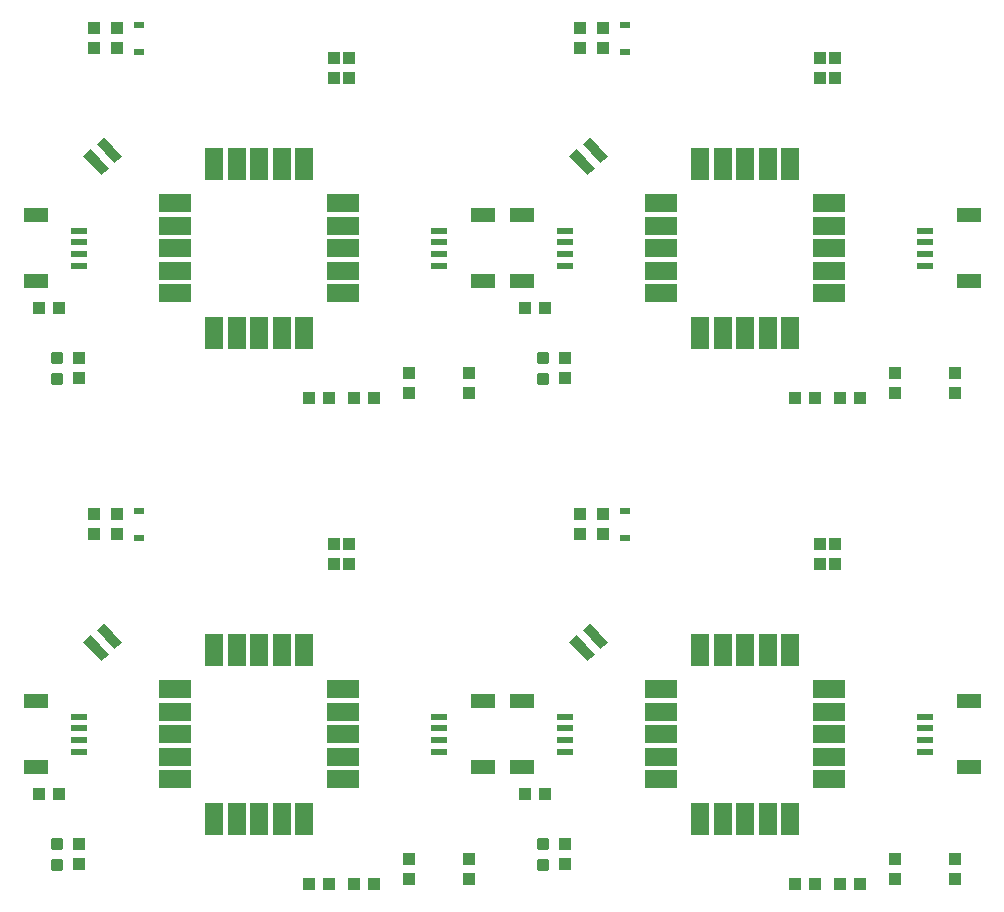
<source format=gtp>
G75*
%MOIN*%
%OFA0B0*%
%FSLAX25Y25*%
%IPPOS*%
%LPD*%
%AMOC8*
5,1,8,0,0,1.08239X$1,22.5*
%
%ADD10R,0.07874X0.04724*%
%ADD11R,0.05315X0.02362*%
%ADD12R,0.04331X0.03937*%
%ADD13R,0.03937X0.04331*%
%ADD14R,0.08858X0.03346*%
%ADD15C,0.01181*%
%ADD16R,0.03268X0.02480*%
%ADD17R,0.10827X0.06299*%
%ADD18R,0.06299X0.10827*%
D10*
X0034281Y0097726D03*
X0034281Y0119774D03*
X0034281Y0259726D03*
X0034281Y0281774D03*
X0183219Y0281774D03*
X0196281Y0281774D03*
X0196281Y0259726D03*
X0183219Y0259726D03*
X0183219Y0119774D03*
X0196281Y0119774D03*
X0196281Y0097726D03*
X0183219Y0097726D03*
X0345219Y0097726D03*
X0345219Y0119774D03*
X0345219Y0259726D03*
X0345219Y0281774D03*
D11*
X0330750Y0276656D03*
X0330750Y0272719D03*
X0330750Y0268781D03*
X0330750Y0264844D03*
X0210750Y0264844D03*
X0210750Y0268781D03*
X0210750Y0272719D03*
X0210750Y0276656D03*
X0168750Y0276656D03*
X0168750Y0272719D03*
X0168750Y0268781D03*
X0168750Y0264844D03*
X0048750Y0264844D03*
X0048750Y0268781D03*
X0048750Y0272719D03*
X0048750Y0276656D03*
X0048750Y0114656D03*
X0048750Y0110719D03*
X0048750Y0106781D03*
X0048750Y0102844D03*
X0168750Y0102844D03*
X0168750Y0106781D03*
X0168750Y0110719D03*
X0168750Y0114656D03*
X0210750Y0114656D03*
X0210750Y0110719D03*
X0210750Y0106781D03*
X0210750Y0102844D03*
X0330750Y0102844D03*
X0330750Y0106781D03*
X0330750Y0110719D03*
X0330750Y0114656D03*
D12*
X0309096Y0058750D03*
X0302404Y0058750D03*
X0294096Y0058750D03*
X0287404Y0058750D03*
X0204096Y0088750D03*
X0197404Y0088750D03*
X0147096Y0058750D03*
X0140404Y0058750D03*
X0132096Y0058750D03*
X0125404Y0058750D03*
X0042096Y0088750D03*
X0035404Y0088750D03*
X0125404Y0220750D03*
X0132096Y0220750D03*
X0140404Y0220750D03*
X0147096Y0220750D03*
X0197404Y0250750D03*
X0204096Y0250750D03*
X0287404Y0220750D03*
X0294096Y0220750D03*
X0302404Y0220750D03*
X0309096Y0220750D03*
X0042096Y0250750D03*
X0035404Y0250750D03*
D13*
X0048750Y0234096D03*
X0048750Y0227404D03*
X0053750Y0182096D03*
X0053750Y0175404D03*
X0061250Y0175404D03*
X0061250Y0182096D03*
X0133750Y0172096D03*
X0138750Y0172096D03*
X0138750Y0165404D03*
X0133750Y0165404D03*
X0158750Y0222404D03*
X0158750Y0229096D03*
X0178750Y0229096D03*
X0178750Y0222404D03*
X0210750Y0227404D03*
X0210750Y0234096D03*
X0215750Y0182096D03*
X0215750Y0175404D03*
X0223250Y0175404D03*
X0223250Y0182096D03*
X0295750Y0172096D03*
X0300750Y0172096D03*
X0300750Y0165404D03*
X0295750Y0165404D03*
X0320750Y0222404D03*
X0320750Y0229096D03*
X0340750Y0229096D03*
X0340750Y0222404D03*
X0300750Y0327404D03*
X0295750Y0327404D03*
X0295750Y0334096D03*
X0300750Y0334096D03*
X0223250Y0337404D03*
X0223250Y0344096D03*
X0215750Y0344096D03*
X0215750Y0337404D03*
X0138750Y0334096D03*
X0133750Y0334096D03*
X0133750Y0327404D03*
X0138750Y0327404D03*
X0061250Y0337404D03*
X0061250Y0344096D03*
X0053750Y0344096D03*
X0053750Y0337404D03*
X0048750Y0072096D03*
X0048750Y0065404D03*
X0158750Y0067096D03*
X0158750Y0060404D03*
X0178750Y0060404D03*
X0178750Y0067096D03*
X0210750Y0065404D03*
X0210750Y0072096D03*
X0320750Y0067096D03*
X0320750Y0060404D03*
X0340750Y0060404D03*
X0340750Y0067096D03*
D14*
G36*
X0219054Y0145887D02*
X0224980Y0139306D01*
X0222494Y0137067D01*
X0216568Y0143648D01*
X0219054Y0145887D01*
G37*
G36*
X0214665Y0141936D02*
X0220591Y0135355D01*
X0218105Y0133116D01*
X0212179Y0139697D01*
X0214665Y0141936D01*
G37*
G36*
X0057054Y0145887D02*
X0062980Y0139306D01*
X0060494Y0137067D01*
X0054568Y0143648D01*
X0057054Y0145887D01*
G37*
G36*
X0052665Y0141936D02*
X0058591Y0135355D01*
X0056105Y0133116D01*
X0050179Y0139697D01*
X0052665Y0141936D01*
G37*
G36*
X0052665Y0303936D02*
X0058591Y0297355D01*
X0056105Y0295116D01*
X0050179Y0301697D01*
X0052665Y0303936D01*
G37*
G36*
X0057054Y0307887D02*
X0062980Y0301306D01*
X0060494Y0299067D01*
X0054568Y0305648D01*
X0057054Y0307887D01*
G37*
G36*
X0214665Y0303936D02*
X0220591Y0297355D01*
X0218105Y0295116D01*
X0212179Y0301697D01*
X0214665Y0303936D01*
G37*
G36*
X0219054Y0307887D02*
X0224980Y0301306D01*
X0222494Y0299067D01*
X0216568Y0305648D01*
X0219054Y0307887D01*
G37*
D15*
X0042628Y0066675D02*
X0039872Y0066675D01*
X0042628Y0066675D02*
X0042628Y0063919D01*
X0039872Y0063919D01*
X0039872Y0066675D01*
X0039872Y0065041D02*
X0042628Y0065041D01*
X0042628Y0066163D02*
X0039872Y0066163D01*
X0039872Y0073581D02*
X0042628Y0073581D01*
X0042628Y0070825D01*
X0039872Y0070825D01*
X0039872Y0073581D01*
X0039872Y0071947D02*
X0042628Y0071947D01*
X0042628Y0073069D02*
X0039872Y0073069D01*
X0201872Y0073581D02*
X0204628Y0073581D01*
X0204628Y0070825D01*
X0201872Y0070825D01*
X0201872Y0073581D01*
X0201872Y0071947D02*
X0204628Y0071947D01*
X0204628Y0073069D02*
X0201872Y0073069D01*
X0201872Y0066675D02*
X0204628Y0066675D01*
X0204628Y0063919D01*
X0201872Y0063919D01*
X0201872Y0066675D01*
X0201872Y0065041D02*
X0204628Y0065041D01*
X0204628Y0066163D02*
X0201872Y0066163D01*
X0201872Y0228675D02*
X0204628Y0228675D01*
X0204628Y0225919D01*
X0201872Y0225919D01*
X0201872Y0228675D01*
X0201872Y0227041D02*
X0204628Y0227041D01*
X0204628Y0228163D02*
X0201872Y0228163D01*
X0201872Y0235581D02*
X0204628Y0235581D01*
X0204628Y0232825D01*
X0201872Y0232825D01*
X0201872Y0235581D01*
X0201872Y0233947D02*
X0204628Y0233947D01*
X0204628Y0235069D02*
X0201872Y0235069D01*
X0042628Y0235581D02*
X0039872Y0235581D01*
X0042628Y0235581D02*
X0042628Y0232825D01*
X0039872Y0232825D01*
X0039872Y0235581D01*
X0039872Y0233947D02*
X0042628Y0233947D01*
X0042628Y0235069D02*
X0039872Y0235069D01*
X0039872Y0228675D02*
X0042628Y0228675D01*
X0042628Y0225919D01*
X0039872Y0225919D01*
X0039872Y0228675D01*
X0039872Y0227041D02*
X0042628Y0227041D01*
X0042628Y0228163D02*
X0039872Y0228163D01*
D16*
X0068750Y0183278D03*
X0068750Y0174222D03*
X0230750Y0174222D03*
X0230750Y0183278D03*
X0230750Y0336222D03*
X0230750Y0345278D03*
X0068750Y0345278D03*
X0068750Y0336222D03*
D17*
X0080699Y0285711D03*
X0080699Y0278230D03*
X0080699Y0270750D03*
X0080699Y0263270D03*
X0080699Y0255789D03*
X0136801Y0255789D03*
X0136801Y0263270D03*
X0136801Y0270750D03*
X0136801Y0278230D03*
X0136801Y0285711D03*
X0242699Y0285711D03*
X0242699Y0278230D03*
X0242699Y0270750D03*
X0242699Y0263270D03*
X0242699Y0255789D03*
X0298801Y0255789D03*
X0298801Y0263270D03*
X0298801Y0270750D03*
X0298801Y0278230D03*
X0298801Y0285711D03*
X0298801Y0123711D03*
X0298801Y0116230D03*
X0298801Y0108750D03*
X0298801Y0101270D03*
X0298801Y0093789D03*
X0242699Y0093789D03*
X0242699Y0101270D03*
X0242699Y0108750D03*
X0242699Y0116230D03*
X0242699Y0123711D03*
X0136801Y0123711D03*
X0136801Y0116230D03*
X0136801Y0108750D03*
X0136801Y0101270D03*
X0136801Y0093789D03*
X0080699Y0093789D03*
X0080699Y0101270D03*
X0080699Y0108750D03*
X0080699Y0116230D03*
X0080699Y0123711D03*
D18*
X0093789Y0136801D03*
X0101270Y0136801D03*
X0108750Y0136801D03*
X0116230Y0136801D03*
X0123711Y0136801D03*
X0123711Y0080699D03*
X0116230Y0080699D03*
X0108750Y0080699D03*
X0101270Y0080699D03*
X0093789Y0080699D03*
X0255789Y0080699D03*
X0263270Y0080699D03*
X0270750Y0080699D03*
X0278230Y0080699D03*
X0285711Y0080699D03*
X0285711Y0136801D03*
X0278230Y0136801D03*
X0270750Y0136801D03*
X0263270Y0136801D03*
X0255789Y0136801D03*
X0255789Y0242699D03*
X0263270Y0242699D03*
X0270750Y0242699D03*
X0278230Y0242699D03*
X0285711Y0242699D03*
X0285711Y0298801D03*
X0278230Y0298801D03*
X0270750Y0298801D03*
X0263270Y0298801D03*
X0255789Y0298801D03*
X0123711Y0298801D03*
X0116230Y0298801D03*
X0108750Y0298801D03*
X0101270Y0298801D03*
X0093789Y0298801D03*
X0093789Y0242699D03*
X0101270Y0242699D03*
X0108750Y0242699D03*
X0116230Y0242699D03*
X0123711Y0242699D03*
M02*

</source>
